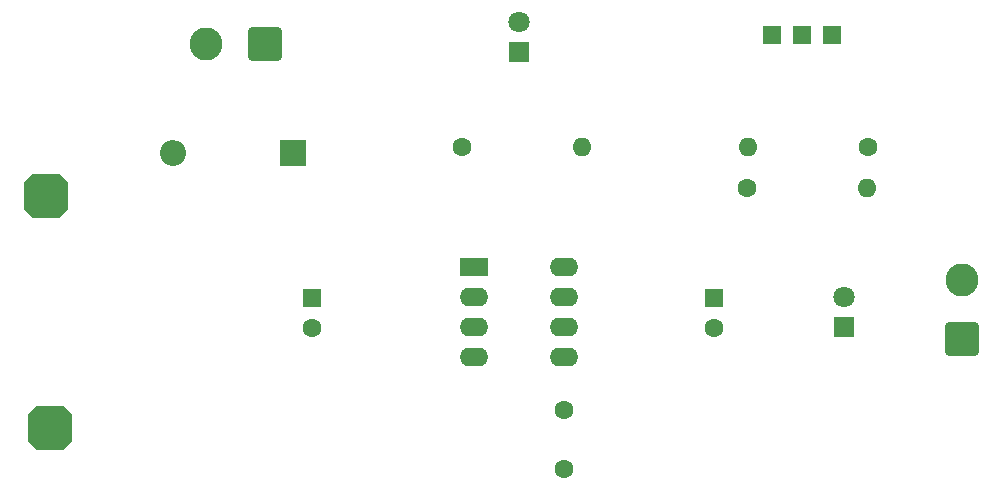
<source format=gbr>
%TF.GenerationSoftware,KiCad,Pcbnew,8.0.8*%
%TF.CreationDate,2025-04-26T12:51:53-04:00*%
%TF.ProjectId,udpudu,75647075-6475-42e6-9b69-6361645f7063,rev?*%
%TF.SameCoordinates,Original*%
%TF.FileFunction,Soldermask,Bot*%
%TF.FilePolarity,Negative*%
%FSLAX46Y46*%
G04 Gerber Fmt 4.6, Leading zero omitted, Abs format (unit mm)*
G04 Created by KiCad (PCBNEW 8.0.8) date 2025-04-26 12:51:53*
%MOMM*%
%LPD*%
G01*
G04 APERTURE LIST*
G04 Aperture macros list*
%AMRoundRect*
0 Rectangle with rounded corners*
0 $1 Rounding radius*
0 $2 $3 $4 $5 $6 $7 $8 $9 X,Y pos of 4 corners*
0 Add a 4 corners polygon primitive as box body*
4,1,4,$2,$3,$4,$5,$6,$7,$8,$9,$2,$3,0*
0 Add four circle primitives for the rounded corners*
1,1,$1+$1,$2,$3*
1,1,$1+$1,$4,$5*
1,1,$1+$1,$6,$7*
1,1,$1+$1,$8,$9*
0 Add four rect primitives between the rounded corners*
20,1,$1+$1,$2,$3,$4,$5,0*
20,1,$1+$1,$4,$5,$6,$7,0*
20,1,$1+$1,$6,$7,$8,$9,0*
20,1,$1+$1,$8,$9,$2,$3,0*%
%AMOutline5P*
0 Free polygon, 5 corners , with rotation*
0 The origin of the aperture is its center*
0 number of corners: always 5*
0 $1 to $10 corner X, Y*
0 $11 Rotation angle, in degrees counterclockwise*
0 create outline with 5 corners*
4,1,5,$1,$2,$3,$4,$5,$6,$7,$8,$9,$10,$1,$2,$11*%
%AMOutline6P*
0 Free polygon, 6 corners , with rotation*
0 The origin of the aperture is its center*
0 number of corners: always 6*
0 $1 to $12 corner X, Y*
0 $13 Rotation angle, in degrees counterclockwise*
0 create outline with 6 corners*
4,1,6,$1,$2,$3,$4,$5,$6,$7,$8,$9,$10,$11,$12,$1,$2,$13*%
%AMOutline7P*
0 Free polygon, 7 corners , with rotation*
0 The origin of the aperture is its center*
0 number of corners: always 7*
0 $1 to $14 corner X, Y*
0 $15 Rotation angle, in degrees counterclockwise*
0 create outline with 7 corners*
4,1,7,$1,$2,$3,$4,$5,$6,$7,$8,$9,$10,$11,$12,$13,$14,$1,$2,$15*%
%AMOutline8P*
0 Free polygon, 8 corners , with rotation*
0 The origin of the aperture is its center*
0 number of corners: always 8*
0 $1 to $16 corner X, Y*
0 $17 Rotation angle, in degrees counterclockwise*
0 create outline with 8 corners*
4,1,8,$1,$2,$3,$4,$5,$6,$7,$8,$9,$10,$11,$12,$13,$14,$15,$16,$1,$2,$17*%
G04 Aperture macros list end*
%ADD10R,1.600000X1.600000*%
%ADD11C,1.600000*%
%ADD12R,1.500000X1.500000*%
%ADD13Outline8P,-1.900000X1.140000X-1.140000X1.900000X1.140000X1.900000X1.900000X1.140000X1.900000X-1.140000X1.140000X-1.900000X-1.140000X-1.900000X-1.900000X-1.140000X180.000000*%
%ADD14R,1.800000X1.800000*%
%ADD15C,1.800000*%
%ADD16O,1.600000X1.600000*%
%ADD17RoundRect,0.250001X1.149999X1.149999X-1.149999X1.149999X-1.149999X-1.149999X1.149999X-1.149999X0*%
%ADD18C,2.800000*%
%ADD19RoundRect,0.250001X1.149999X-1.149999X1.149999X1.149999X-1.149999X1.149999X-1.149999X-1.149999X0*%
%ADD20Outline8P,-1.900000X1.140000X-1.140000X1.900000X1.140000X1.900000X1.900000X1.140000X1.900000X-1.140000X1.140000X-1.900000X-1.140000X-1.900000X-1.900000X-1.140000X0.000000*%
%ADD21R,2.200000X2.200000*%
%ADD22O,2.200000X2.200000*%
%ADD23R,2.400000X1.600000*%
%ADD24O,2.400000X1.600000*%
G04 APERTURE END LIST*
D10*
%TO.C,C2*%
X75000000Y-76317621D03*
D11*
X75000000Y-78817621D03*
%TD*%
D12*
%TO.C,SW1*%
X113960000Y-54000000D03*
X116500000Y-54000000D03*
X119040000Y-54000000D03*
%TD*%
D13*
%TO.C,J2*%
X52500000Y-67708333D03*
%TD*%
D14*
%TO.C,D3*%
X120000000Y-78775000D03*
D15*
X120000000Y-76235000D03*
%TD*%
D10*
%TO.C,C1*%
X109000000Y-76317621D03*
D11*
X109000000Y-78817621D03*
%TD*%
%TO.C,C3*%
X96329945Y-85775758D03*
X96329945Y-90775758D03*
%TD*%
%TO.C,R1*%
X87720000Y-63500000D03*
D16*
X97880000Y-63500000D03*
%TD*%
D17*
%TO.C,J1*%
X71047495Y-54797531D03*
D18*
X66047495Y-54797531D03*
%TD*%
D19*
%TO.C,J3*%
X130000000Y-79750000D03*
D18*
X130000000Y-74750000D03*
%TD*%
D14*
%TO.C,D2*%
X92500000Y-55500000D03*
D15*
X92500000Y-52960000D03*
%TD*%
D11*
%TO.C,R3*%
X111840000Y-67000000D03*
D16*
X122000000Y-67000000D03*
%TD*%
D11*
%TO.C,R2*%
X122045000Y-63500000D03*
D16*
X111885000Y-63500000D03*
%TD*%
D20*
%TO.C,J4*%
X52810000Y-87291666D03*
%TD*%
D21*
%TO.C,D1*%
X73415000Y-64000000D03*
D22*
X63255000Y-64000000D03*
%TD*%
D23*
%TO.C,U1*%
X88700000Y-73700000D03*
D24*
X88700000Y-76240000D03*
X88700000Y-78780000D03*
X88700000Y-81320000D03*
X96320000Y-81320000D03*
X96320000Y-78780000D03*
X96320000Y-76240000D03*
X96320000Y-73700000D03*
%TD*%
M02*

</source>
